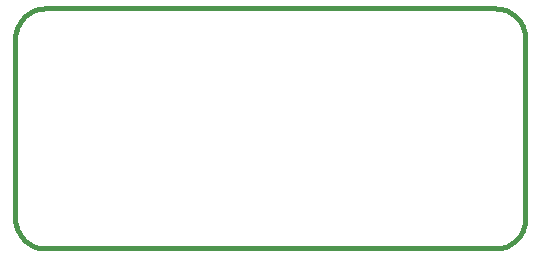
<source format=gko>
G75*
G70*
%OFA0B0*%
%FSLAX24Y24*%
%IPPOS*%
%LPD*%
%AMOC8*
5,1,8,0,0,1.08239X$1,22.5*
%
%ADD10C,0.0160*%
D10*
X001180Y000180D02*
X016180Y000180D01*
X016240Y000182D01*
X016301Y000187D01*
X016360Y000196D01*
X016419Y000209D01*
X016478Y000225D01*
X016535Y000245D01*
X016590Y000268D01*
X016645Y000295D01*
X016697Y000324D01*
X016748Y000357D01*
X016797Y000393D01*
X016843Y000431D01*
X016887Y000473D01*
X016929Y000517D01*
X016967Y000563D01*
X017003Y000612D01*
X017036Y000663D01*
X017065Y000715D01*
X017092Y000770D01*
X017115Y000825D01*
X017135Y000882D01*
X017151Y000941D01*
X017164Y001000D01*
X017173Y001059D01*
X017178Y001120D01*
X017180Y001180D01*
X017180Y007180D01*
X017178Y007240D01*
X017173Y007301D01*
X017164Y007360D01*
X017151Y007419D01*
X017135Y007478D01*
X017115Y007535D01*
X017092Y007590D01*
X017065Y007645D01*
X017036Y007697D01*
X017003Y007748D01*
X016967Y007797D01*
X016929Y007843D01*
X016887Y007887D01*
X016843Y007929D01*
X016797Y007967D01*
X016748Y008003D01*
X016697Y008036D01*
X016645Y008065D01*
X016590Y008092D01*
X016535Y008115D01*
X016478Y008135D01*
X016419Y008151D01*
X016360Y008164D01*
X016301Y008173D01*
X016240Y008178D01*
X016180Y008180D01*
X001180Y008180D01*
X001120Y008178D01*
X001059Y008173D01*
X001000Y008164D01*
X000941Y008151D01*
X000882Y008135D01*
X000825Y008115D01*
X000770Y008092D01*
X000715Y008065D01*
X000663Y008036D01*
X000612Y008003D01*
X000563Y007967D01*
X000517Y007929D01*
X000473Y007887D01*
X000431Y007843D01*
X000393Y007797D01*
X000357Y007748D01*
X000324Y007697D01*
X000295Y007645D01*
X000268Y007590D01*
X000245Y007535D01*
X000225Y007478D01*
X000209Y007419D01*
X000196Y007360D01*
X000187Y007301D01*
X000182Y007240D01*
X000180Y007180D01*
X000180Y001180D01*
X000182Y001120D01*
X000187Y001059D01*
X000196Y001000D01*
X000209Y000941D01*
X000225Y000882D01*
X000245Y000825D01*
X000268Y000770D01*
X000295Y000715D01*
X000324Y000663D01*
X000357Y000612D01*
X000393Y000563D01*
X000431Y000517D01*
X000473Y000473D01*
X000517Y000431D01*
X000563Y000393D01*
X000612Y000357D01*
X000663Y000324D01*
X000715Y000295D01*
X000770Y000268D01*
X000825Y000245D01*
X000882Y000225D01*
X000941Y000209D01*
X001000Y000196D01*
X001059Y000187D01*
X001120Y000182D01*
X001180Y000180D01*
M02*

</source>
